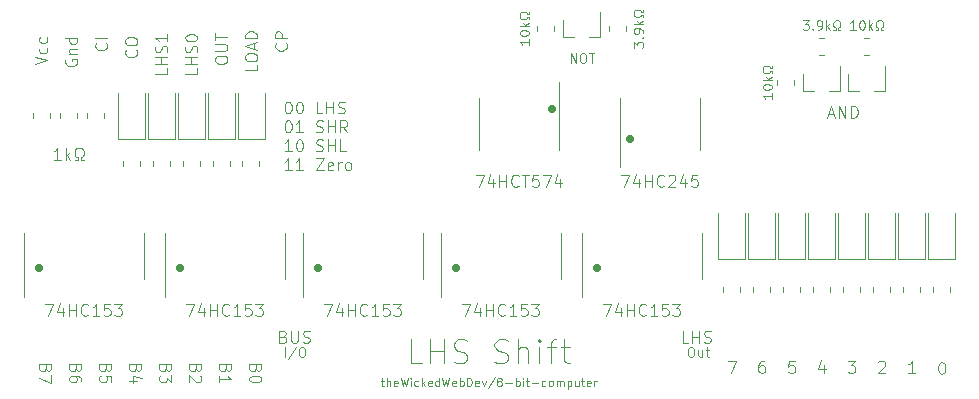
<source format=gbr>
%TF.GenerationSoftware,KiCad,Pcbnew,(5.1.10-1-10_14)*%
%TF.CreationDate,2021-10-28T11:05:28-04:00*%
%TF.ProjectId,ALU-smd,414c552d-736d-4642-9e6b-696361645f70,rev?*%
%TF.SameCoordinates,Original*%
%TF.FileFunction,Legend,Top*%
%TF.FilePolarity,Positive*%
%FSLAX46Y46*%
G04 Gerber Fmt 4.6, Leading zero omitted, Abs format (unit mm)*
G04 Created by KiCad (PCBNEW (5.1.10-1-10_14)) date 2021-10-28 11:05:28*
%MOMM*%
%LPD*%
G01*
G04 APERTURE LIST*
%ADD10C,0.100000*%
%ADD11C,0.700000*%
%ADD12C,0.120000*%
G04 APERTURE END LIST*
D10*
X77795523Y-146248380D02*
X77224095Y-146248380D01*
X77509809Y-146248380D02*
X77509809Y-145248380D01*
X77414571Y-145391238D01*
X77319333Y-145486476D01*
X77224095Y-145534095D01*
X78224095Y-146248380D02*
X78224095Y-145248380D01*
X78319333Y-145867428D02*
X78605047Y-146248380D01*
X78605047Y-145581714D02*
X78224095Y-145962666D01*
X78986000Y-146248380D02*
X79224095Y-146248380D01*
X79224095Y-146057904D01*
X79128857Y-146010285D01*
X79033619Y-145915047D01*
X78986000Y-145772190D01*
X78986000Y-145534095D01*
X79033619Y-145391238D01*
X79128857Y-145296000D01*
X79271714Y-145248380D01*
X79462190Y-145248380D01*
X79605047Y-145296000D01*
X79700285Y-145391238D01*
X79747904Y-145534095D01*
X79747904Y-145772190D01*
X79700285Y-145915047D01*
X79605047Y-146010285D01*
X79509809Y-146057904D01*
X79509809Y-146248380D01*
X79747904Y-146248380D01*
X97013571Y-141324380D02*
X97108809Y-141324380D01*
X97204047Y-141372000D01*
X97251666Y-141419619D01*
X97299285Y-141514857D01*
X97346904Y-141705333D01*
X97346904Y-141943428D01*
X97299285Y-142133904D01*
X97251666Y-142229142D01*
X97204047Y-142276761D01*
X97108809Y-142324380D01*
X97013571Y-142324380D01*
X96918333Y-142276761D01*
X96870714Y-142229142D01*
X96823095Y-142133904D01*
X96775476Y-141943428D01*
X96775476Y-141705333D01*
X96823095Y-141514857D01*
X96870714Y-141419619D01*
X96918333Y-141372000D01*
X97013571Y-141324380D01*
X97965952Y-141324380D02*
X98061190Y-141324380D01*
X98156428Y-141372000D01*
X98204047Y-141419619D01*
X98251666Y-141514857D01*
X98299285Y-141705333D01*
X98299285Y-141943428D01*
X98251666Y-142133904D01*
X98204047Y-142229142D01*
X98156428Y-142276761D01*
X98061190Y-142324380D01*
X97965952Y-142324380D01*
X97870714Y-142276761D01*
X97823095Y-142229142D01*
X97775476Y-142133904D01*
X97727857Y-141943428D01*
X97727857Y-141705333D01*
X97775476Y-141514857D01*
X97823095Y-141419619D01*
X97870714Y-141372000D01*
X97965952Y-141324380D01*
X99965952Y-142324380D02*
X99489761Y-142324380D01*
X99489761Y-141324380D01*
X100299285Y-142324380D02*
X100299285Y-141324380D01*
X100299285Y-141800571D02*
X100870714Y-141800571D01*
X100870714Y-142324380D02*
X100870714Y-141324380D01*
X101299285Y-142276761D02*
X101442142Y-142324380D01*
X101680238Y-142324380D01*
X101775476Y-142276761D01*
X101823095Y-142229142D01*
X101870714Y-142133904D01*
X101870714Y-142038666D01*
X101823095Y-141943428D01*
X101775476Y-141895809D01*
X101680238Y-141848190D01*
X101489761Y-141800571D01*
X101394523Y-141752952D01*
X101346904Y-141705333D01*
X101299285Y-141610095D01*
X101299285Y-141514857D01*
X101346904Y-141419619D01*
X101394523Y-141372000D01*
X101489761Y-141324380D01*
X101727857Y-141324380D01*
X101870714Y-141372000D01*
X97013571Y-142924380D02*
X97108809Y-142924380D01*
X97204047Y-142972000D01*
X97251666Y-143019619D01*
X97299285Y-143114857D01*
X97346904Y-143305333D01*
X97346904Y-143543428D01*
X97299285Y-143733904D01*
X97251666Y-143829142D01*
X97204047Y-143876761D01*
X97108809Y-143924380D01*
X97013571Y-143924380D01*
X96918333Y-143876761D01*
X96870714Y-143829142D01*
X96823095Y-143733904D01*
X96775476Y-143543428D01*
X96775476Y-143305333D01*
X96823095Y-143114857D01*
X96870714Y-143019619D01*
X96918333Y-142972000D01*
X97013571Y-142924380D01*
X98299285Y-143924380D02*
X97727857Y-143924380D01*
X98013571Y-143924380D02*
X98013571Y-142924380D01*
X97918333Y-143067238D01*
X97823095Y-143162476D01*
X97727857Y-143210095D01*
X99442142Y-143876761D02*
X99585000Y-143924380D01*
X99823095Y-143924380D01*
X99918333Y-143876761D01*
X99965952Y-143829142D01*
X100013571Y-143733904D01*
X100013571Y-143638666D01*
X99965952Y-143543428D01*
X99918333Y-143495809D01*
X99823095Y-143448190D01*
X99632619Y-143400571D01*
X99537380Y-143352952D01*
X99489761Y-143305333D01*
X99442142Y-143210095D01*
X99442142Y-143114857D01*
X99489761Y-143019619D01*
X99537380Y-142972000D01*
X99632619Y-142924380D01*
X99870714Y-142924380D01*
X100013571Y-142972000D01*
X100442142Y-143924380D02*
X100442142Y-142924380D01*
X100442142Y-143400571D02*
X101013571Y-143400571D01*
X101013571Y-143924380D02*
X101013571Y-142924380D01*
X102061190Y-143924380D02*
X101727857Y-143448190D01*
X101489761Y-143924380D02*
X101489761Y-142924380D01*
X101870714Y-142924380D01*
X101965952Y-142972000D01*
X102013571Y-143019619D01*
X102061190Y-143114857D01*
X102061190Y-143257714D01*
X102013571Y-143352952D01*
X101965952Y-143400571D01*
X101870714Y-143448190D01*
X101489761Y-143448190D01*
X97346904Y-145524380D02*
X96775476Y-145524380D01*
X97061190Y-145524380D02*
X97061190Y-144524380D01*
X96965952Y-144667238D01*
X96870714Y-144762476D01*
X96775476Y-144810095D01*
X97965952Y-144524380D02*
X98061190Y-144524380D01*
X98156428Y-144572000D01*
X98204047Y-144619619D01*
X98251666Y-144714857D01*
X98299285Y-144905333D01*
X98299285Y-145143428D01*
X98251666Y-145333904D01*
X98204047Y-145429142D01*
X98156428Y-145476761D01*
X98061190Y-145524380D01*
X97965952Y-145524380D01*
X97870714Y-145476761D01*
X97823095Y-145429142D01*
X97775476Y-145333904D01*
X97727857Y-145143428D01*
X97727857Y-144905333D01*
X97775476Y-144714857D01*
X97823095Y-144619619D01*
X97870714Y-144572000D01*
X97965952Y-144524380D01*
X99442142Y-145476761D02*
X99585000Y-145524380D01*
X99823095Y-145524380D01*
X99918333Y-145476761D01*
X99965952Y-145429142D01*
X100013571Y-145333904D01*
X100013571Y-145238666D01*
X99965952Y-145143428D01*
X99918333Y-145095809D01*
X99823095Y-145048190D01*
X99632619Y-145000571D01*
X99537380Y-144952952D01*
X99489761Y-144905333D01*
X99442142Y-144810095D01*
X99442142Y-144714857D01*
X99489761Y-144619619D01*
X99537380Y-144572000D01*
X99632619Y-144524380D01*
X99870714Y-144524380D01*
X100013571Y-144572000D01*
X100442142Y-145524380D02*
X100442142Y-144524380D01*
X100442142Y-145000571D02*
X101013571Y-145000571D01*
X101013571Y-145524380D02*
X101013571Y-144524380D01*
X101965952Y-145524380D02*
X101489761Y-145524380D01*
X101489761Y-144524380D01*
X97346904Y-147124380D02*
X96775476Y-147124380D01*
X97061190Y-147124380D02*
X97061190Y-146124380D01*
X96965952Y-146267238D01*
X96870714Y-146362476D01*
X96775476Y-146410095D01*
X98299285Y-147124380D02*
X97727857Y-147124380D01*
X98013571Y-147124380D02*
X98013571Y-146124380D01*
X97918333Y-146267238D01*
X97823095Y-146362476D01*
X97727857Y-146410095D01*
X99394523Y-146124380D02*
X100061190Y-146124380D01*
X99394523Y-147124380D01*
X100061190Y-147124380D01*
X100823095Y-147076761D02*
X100727857Y-147124380D01*
X100537380Y-147124380D01*
X100442142Y-147076761D01*
X100394523Y-146981523D01*
X100394523Y-146600571D01*
X100442142Y-146505333D01*
X100537380Y-146457714D01*
X100727857Y-146457714D01*
X100823095Y-146505333D01*
X100870714Y-146600571D01*
X100870714Y-146695809D01*
X100394523Y-146791047D01*
X101299285Y-147124380D02*
X101299285Y-146457714D01*
X101299285Y-146648190D02*
X101346904Y-146552952D01*
X101394523Y-146505333D01*
X101489761Y-146457714D01*
X101585000Y-146457714D01*
X102061190Y-147124380D02*
X101965952Y-147076761D01*
X101918333Y-147029142D01*
X101870714Y-146933904D01*
X101870714Y-146648190D01*
X101918333Y-146552952D01*
X101965952Y-146505333D01*
X102061190Y-146457714D01*
X102204047Y-146457714D01*
X102299285Y-146505333D01*
X102346904Y-146552952D01*
X102394523Y-146648190D01*
X102394523Y-146933904D01*
X102346904Y-147029142D01*
X102299285Y-147076761D01*
X102204047Y-147124380D01*
X102061190Y-147124380D01*
X131100809Y-162121904D02*
X131253190Y-162121904D01*
X131329380Y-162160000D01*
X131405571Y-162236190D01*
X131443666Y-162388571D01*
X131443666Y-162655238D01*
X131405571Y-162807619D01*
X131329380Y-162883809D01*
X131253190Y-162921904D01*
X131100809Y-162921904D01*
X131024619Y-162883809D01*
X130948428Y-162807619D01*
X130910333Y-162655238D01*
X130910333Y-162388571D01*
X130948428Y-162236190D01*
X131024619Y-162160000D01*
X131100809Y-162121904D01*
X132129380Y-162388571D02*
X132129380Y-162921904D01*
X131786523Y-162388571D02*
X131786523Y-162807619D01*
X131824619Y-162883809D01*
X131900809Y-162921904D01*
X132015095Y-162921904D01*
X132091285Y-162883809D01*
X132129380Y-162845714D01*
X132396047Y-162388571D02*
X132700809Y-162388571D01*
X132510333Y-162121904D02*
X132510333Y-162807619D01*
X132548428Y-162883809D01*
X132624619Y-162921904D01*
X132700809Y-162921904D01*
X96775476Y-162921904D02*
X96775476Y-162121904D01*
X97727857Y-162083809D02*
X97042142Y-163112380D01*
X98146904Y-162121904D02*
X98299285Y-162121904D01*
X98375476Y-162160000D01*
X98451666Y-162236190D01*
X98489761Y-162388571D01*
X98489761Y-162655238D01*
X98451666Y-162807619D01*
X98375476Y-162883809D01*
X98299285Y-162921904D01*
X98146904Y-162921904D01*
X98070714Y-162883809D01*
X97994523Y-162807619D01*
X97956428Y-162655238D01*
X97956428Y-162388571D01*
X97994523Y-162236190D01*
X98070714Y-162160000D01*
X98146904Y-162121904D01*
X96648428Y-161218571D02*
X96791285Y-161266190D01*
X96838904Y-161313809D01*
X96886523Y-161409047D01*
X96886523Y-161551904D01*
X96838904Y-161647142D01*
X96791285Y-161694761D01*
X96696047Y-161742380D01*
X96315095Y-161742380D01*
X96315095Y-160742380D01*
X96648428Y-160742380D01*
X96743666Y-160790000D01*
X96791285Y-160837619D01*
X96838904Y-160932857D01*
X96838904Y-161028095D01*
X96791285Y-161123333D01*
X96743666Y-161170952D01*
X96648428Y-161218571D01*
X96315095Y-161218571D01*
X97315095Y-160742380D02*
X97315095Y-161551904D01*
X97362714Y-161647142D01*
X97410333Y-161694761D01*
X97505571Y-161742380D01*
X97696047Y-161742380D01*
X97791285Y-161694761D01*
X97838904Y-161647142D01*
X97886523Y-161551904D01*
X97886523Y-160742380D01*
X98315095Y-161694761D02*
X98457952Y-161742380D01*
X98696047Y-161742380D01*
X98791285Y-161694761D01*
X98838904Y-161647142D01*
X98886523Y-161551904D01*
X98886523Y-161456666D01*
X98838904Y-161361428D01*
X98791285Y-161313809D01*
X98696047Y-161266190D01*
X98505571Y-161218571D01*
X98410333Y-161170952D01*
X98362714Y-161123333D01*
X98315095Y-161028095D01*
X98315095Y-160932857D01*
X98362714Y-160837619D01*
X98410333Y-160790000D01*
X98505571Y-160742380D01*
X98743666Y-160742380D01*
X98886523Y-160790000D01*
X130935761Y-161742380D02*
X130459571Y-161742380D01*
X130459571Y-160742380D01*
X131269095Y-161742380D02*
X131269095Y-160742380D01*
X131269095Y-161218571D02*
X131840523Y-161218571D01*
X131840523Y-161742380D02*
X131840523Y-160742380D01*
X132269095Y-161694761D02*
X132411952Y-161742380D01*
X132650047Y-161742380D01*
X132745285Y-161694761D01*
X132792904Y-161647142D01*
X132840523Y-161551904D01*
X132840523Y-161456666D01*
X132792904Y-161361428D01*
X132745285Y-161313809D01*
X132650047Y-161266190D01*
X132459571Y-161218571D01*
X132364333Y-161170952D01*
X132316714Y-161123333D01*
X132269095Y-161028095D01*
X132269095Y-160932857D01*
X132316714Y-160837619D01*
X132364333Y-160790000D01*
X132459571Y-160742380D01*
X132697666Y-160742380D01*
X132840523Y-160790000D01*
X123738095Y-158456380D02*
X124404761Y-158456380D01*
X123976190Y-159456380D01*
X125214285Y-158789714D02*
X125214285Y-159456380D01*
X124976190Y-158408761D02*
X124738095Y-159123047D01*
X125357142Y-159123047D01*
X125738095Y-159456380D02*
X125738095Y-158456380D01*
X125738095Y-158932571D02*
X126309523Y-158932571D01*
X126309523Y-159456380D02*
X126309523Y-158456380D01*
X127357142Y-159361142D02*
X127309523Y-159408761D01*
X127166666Y-159456380D01*
X127071428Y-159456380D01*
X126928571Y-159408761D01*
X126833333Y-159313523D01*
X126785714Y-159218285D01*
X126738095Y-159027809D01*
X126738095Y-158884952D01*
X126785714Y-158694476D01*
X126833333Y-158599238D01*
X126928571Y-158504000D01*
X127071428Y-158456380D01*
X127166666Y-158456380D01*
X127309523Y-158504000D01*
X127357142Y-158551619D01*
X128309523Y-159456380D02*
X127738095Y-159456380D01*
X128023809Y-159456380D02*
X128023809Y-158456380D01*
X127928571Y-158599238D01*
X127833333Y-158694476D01*
X127738095Y-158742095D01*
X129214285Y-158456380D02*
X128738095Y-158456380D01*
X128690476Y-158932571D01*
X128738095Y-158884952D01*
X128833333Y-158837333D01*
X129071428Y-158837333D01*
X129166666Y-158884952D01*
X129214285Y-158932571D01*
X129261904Y-159027809D01*
X129261904Y-159265904D01*
X129214285Y-159361142D01*
X129166666Y-159408761D01*
X129071428Y-159456380D01*
X128833333Y-159456380D01*
X128738095Y-159408761D01*
X128690476Y-159361142D01*
X129595238Y-158456380D02*
X130214285Y-158456380D01*
X129880952Y-158837333D01*
X130023809Y-158837333D01*
X130119047Y-158884952D01*
X130166666Y-158932571D01*
X130214285Y-159027809D01*
X130214285Y-159265904D01*
X130166666Y-159361142D01*
X130119047Y-159408761D01*
X130023809Y-159456380D01*
X129738095Y-159456380D01*
X129642857Y-159408761D01*
X129595238Y-159361142D01*
X111800095Y-158456380D02*
X112466761Y-158456380D01*
X112038190Y-159456380D01*
X113276285Y-158789714D02*
X113276285Y-159456380D01*
X113038190Y-158408761D02*
X112800095Y-159123047D01*
X113419142Y-159123047D01*
X113800095Y-159456380D02*
X113800095Y-158456380D01*
X113800095Y-158932571D02*
X114371523Y-158932571D01*
X114371523Y-159456380D02*
X114371523Y-158456380D01*
X115419142Y-159361142D02*
X115371523Y-159408761D01*
X115228666Y-159456380D01*
X115133428Y-159456380D01*
X114990571Y-159408761D01*
X114895333Y-159313523D01*
X114847714Y-159218285D01*
X114800095Y-159027809D01*
X114800095Y-158884952D01*
X114847714Y-158694476D01*
X114895333Y-158599238D01*
X114990571Y-158504000D01*
X115133428Y-158456380D01*
X115228666Y-158456380D01*
X115371523Y-158504000D01*
X115419142Y-158551619D01*
X116371523Y-159456380D02*
X115800095Y-159456380D01*
X116085809Y-159456380D02*
X116085809Y-158456380D01*
X115990571Y-158599238D01*
X115895333Y-158694476D01*
X115800095Y-158742095D01*
X117276285Y-158456380D02*
X116800095Y-158456380D01*
X116752476Y-158932571D01*
X116800095Y-158884952D01*
X116895333Y-158837333D01*
X117133428Y-158837333D01*
X117228666Y-158884952D01*
X117276285Y-158932571D01*
X117323904Y-159027809D01*
X117323904Y-159265904D01*
X117276285Y-159361142D01*
X117228666Y-159408761D01*
X117133428Y-159456380D01*
X116895333Y-159456380D01*
X116800095Y-159408761D01*
X116752476Y-159361142D01*
X117657238Y-158456380D02*
X118276285Y-158456380D01*
X117942952Y-158837333D01*
X118085809Y-158837333D01*
X118181047Y-158884952D01*
X118228666Y-158932571D01*
X118276285Y-159027809D01*
X118276285Y-159265904D01*
X118228666Y-159361142D01*
X118181047Y-159408761D01*
X118085809Y-159456380D01*
X117800095Y-159456380D01*
X117704857Y-159408761D01*
X117657238Y-159361142D01*
X100116095Y-158456380D02*
X100782761Y-158456380D01*
X100354190Y-159456380D01*
X101592285Y-158789714D02*
X101592285Y-159456380D01*
X101354190Y-158408761D02*
X101116095Y-159123047D01*
X101735142Y-159123047D01*
X102116095Y-159456380D02*
X102116095Y-158456380D01*
X102116095Y-158932571D02*
X102687523Y-158932571D01*
X102687523Y-159456380D02*
X102687523Y-158456380D01*
X103735142Y-159361142D02*
X103687523Y-159408761D01*
X103544666Y-159456380D01*
X103449428Y-159456380D01*
X103306571Y-159408761D01*
X103211333Y-159313523D01*
X103163714Y-159218285D01*
X103116095Y-159027809D01*
X103116095Y-158884952D01*
X103163714Y-158694476D01*
X103211333Y-158599238D01*
X103306571Y-158504000D01*
X103449428Y-158456380D01*
X103544666Y-158456380D01*
X103687523Y-158504000D01*
X103735142Y-158551619D01*
X104687523Y-159456380D02*
X104116095Y-159456380D01*
X104401809Y-159456380D02*
X104401809Y-158456380D01*
X104306571Y-158599238D01*
X104211333Y-158694476D01*
X104116095Y-158742095D01*
X105592285Y-158456380D02*
X105116095Y-158456380D01*
X105068476Y-158932571D01*
X105116095Y-158884952D01*
X105211333Y-158837333D01*
X105449428Y-158837333D01*
X105544666Y-158884952D01*
X105592285Y-158932571D01*
X105639904Y-159027809D01*
X105639904Y-159265904D01*
X105592285Y-159361142D01*
X105544666Y-159408761D01*
X105449428Y-159456380D01*
X105211333Y-159456380D01*
X105116095Y-159408761D01*
X105068476Y-159361142D01*
X105973238Y-158456380D02*
X106592285Y-158456380D01*
X106258952Y-158837333D01*
X106401809Y-158837333D01*
X106497047Y-158884952D01*
X106544666Y-158932571D01*
X106592285Y-159027809D01*
X106592285Y-159265904D01*
X106544666Y-159361142D01*
X106497047Y-159408761D01*
X106401809Y-159456380D01*
X106116095Y-159456380D01*
X106020857Y-159408761D01*
X105973238Y-159361142D01*
X88432095Y-158456380D02*
X89098761Y-158456380D01*
X88670190Y-159456380D01*
X89908285Y-158789714D02*
X89908285Y-159456380D01*
X89670190Y-158408761D02*
X89432095Y-159123047D01*
X90051142Y-159123047D01*
X90432095Y-159456380D02*
X90432095Y-158456380D01*
X90432095Y-158932571D02*
X91003523Y-158932571D01*
X91003523Y-159456380D02*
X91003523Y-158456380D01*
X92051142Y-159361142D02*
X92003523Y-159408761D01*
X91860666Y-159456380D01*
X91765428Y-159456380D01*
X91622571Y-159408761D01*
X91527333Y-159313523D01*
X91479714Y-159218285D01*
X91432095Y-159027809D01*
X91432095Y-158884952D01*
X91479714Y-158694476D01*
X91527333Y-158599238D01*
X91622571Y-158504000D01*
X91765428Y-158456380D01*
X91860666Y-158456380D01*
X92003523Y-158504000D01*
X92051142Y-158551619D01*
X93003523Y-159456380D02*
X92432095Y-159456380D01*
X92717809Y-159456380D02*
X92717809Y-158456380D01*
X92622571Y-158599238D01*
X92527333Y-158694476D01*
X92432095Y-158742095D01*
X93908285Y-158456380D02*
X93432095Y-158456380D01*
X93384476Y-158932571D01*
X93432095Y-158884952D01*
X93527333Y-158837333D01*
X93765428Y-158837333D01*
X93860666Y-158884952D01*
X93908285Y-158932571D01*
X93955904Y-159027809D01*
X93955904Y-159265904D01*
X93908285Y-159361142D01*
X93860666Y-159408761D01*
X93765428Y-159456380D01*
X93527333Y-159456380D01*
X93432095Y-159408761D01*
X93384476Y-159361142D01*
X94289238Y-158456380D02*
X94908285Y-158456380D01*
X94574952Y-158837333D01*
X94717809Y-158837333D01*
X94813047Y-158884952D01*
X94860666Y-158932571D01*
X94908285Y-159027809D01*
X94908285Y-159265904D01*
X94860666Y-159361142D01*
X94813047Y-159408761D01*
X94717809Y-159456380D01*
X94432095Y-159456380D01*
X94336857Y-159408761D01*
X94289238Y-159361142D01*
X76494095Y-158456380D02*
X77160761Y-158456380D01*
X76732190Y-159456380D01*
X77970285Y-158789714D02*
X77970285Y-159456380D01*
X77732190Y-158408761D02*
X77494095Y-159123047D01*
X78113142Y-159123047D01*
X78494095Y-159456380D02*
X78494095Y-158456380D01*
X78494095Y-158932571D02*
X79065523Y-158932571D01*
X79065523Y-159456380D02*
X79065523Y-158456380D01*
X80113142Y-159361142D02*
X80065523Y-159408761D01*
X79922666Y-159456380D01*
X79827428Y-159456380D01*
X79684571Y-159408761D01*
X79589333Y-159313523D01*
X79541714Y-159218285D01*
X79494095Y-159027809D01*
X79494095Y-158884952D01*
X79541714Y-158694476D01*
X79589333Y-158599238D01*
X79684571Y-158504000D01*
X79827428Y-158456380D01*
X79922666Y-158456380D01*
X80065523Y-158504000D01*
X80113142Y-158551619D01*
X81065523Y-159456380D02*
X80494095Y-159456380D01*
X80779809Y-159456380D02*
X80779809Y-158456380D01*
X80684571Y-158599238D01*
X80589333Y-158694476D01*
X80494095Y-158742095D01*
X81970285Y-158456380D02*
X81494095Y-158456380D01*
X81446476Y-158932571D01*
X81494095Y-158884952D01*
X81589333Y-158837333D01*
X81827428Y-158837333D01*
X81922666Y-158884952D01*
X81970285Y-158932571D01*
X82017904Y-159027809D01*
X82017904Y-159265904D01*
X81970285Y-159361142D01*
X81922666Y-159408761D01*
X81827428Y-159456380D01*
X81589333Y-159456380D01*
X81494095Y-159408761D01*
X81446476Y-159361142D01*
X82351238Y-158456380D02*
X82970285Y-158456380D01*
X82636952Y-158837333D01*
X82779809Y-158837333D01*
X82875047Y-158884952D01*
X82922666Y-158932571D01*
X82970285Y-159027809D01*
X82970285Y-159265904D01*
X82922666Y-159361142D01*
X82875047Y-159408761D01*
X82779809Y-159456380D01*
X82494095Y-159456380D01*
X82398857Y-159408761D01*
X82351238Y-159361142D01*
X104912666Y-164950000D02*
X105179333Y-164950000D01*
X105012666Y-164716666D02*
X105012666Y-165316666D01*
X105046000Y-165383333D01*
X105112666Y-165416666D01*
X105179333Y-165416666D01*
X105412666Y-165416666D02*
X105412666Y-164716666D01*
X105712666Y-165416666D02*
X105712666Y-165050000D01*
X105679333Y-164983333D01*
X105612666Y-164950000D01*
X105512666Y-164950000D01*
X105446000Y-164983333D01*
X105412666Y-165016666D01*
X106312666Y-165383333D02*
X106246000Y-165416666D01*
X106112666Y-165416666D01*
X106046000Y-165383333D01*
X106012666Y-165316666D01*
X106012666Y-165050000D01*
X106046000Y-164983333D01*
X106112666Y-164950000D01*
X106246000Y-164950000D01*
X106312666Y-164983333D01*
X106346000Y-165050000D01*
X106346000Y-165116666D01*
X106012666Y-165183333D01*
X106579333Y-164716666D02*
X106746000Y-165416666D01*
X106879333Y-164916666D01*
X107012666Y-165416666D01*
X107179333Y-164716666D01*
X107446000Y-165416666D02*
X107446000Y-164950000D01*
X107446000Y-164716666D02*
X107412666Y-164750000D01*
X107446000Y-164783333D01*
X107479333Y-164750000D01*
X107446000Y-164716666D01*
X107446000Y-164783333D01*
X108079333Y-165383333D02*
X108012666Y-165416666D01*
X107879333Y-165416666D01*
X107812666Y-165383333D01*
X107779333Y-165350000D01*
X107746000Y-165283333D01*
X107746000Y-165083333D01*
X107779333Y-165016666D01*
X107812666Y-164983333D01*
X107879333Y-164950000D01*
X108012666Y-164950000D01*
X108079333Y-164983333D01*
X108379333Y-165416666D02*
X108379333Y-164716666D01*
X108446000Y-165150000D02*
X108646000Y-165416666D01*
X108646000Y-164950000D02*
X108379333Y-165216666D01*
X109212666Y-165383333D02*
X109146000Y-165416666D01*
X109012666Y-165416666D01*
X108946000Y-165383333D01*
X108912666Y-165316666D01*
X108912666Y-165050000D01*
X108946000Y-164983333D01*
X109012666Y-164950000D01*
X109146000Y-164950000D01*
X109212666Y-164983333D01*
X109246000Y-165050000D01*
X109246000Y-165116666D01*
X108912666Y-165183333D01*
X109846000Y-165416666D02*
X109846000Y-164716666D01*
X109846000Y-165383333D02*
X109779333Y-165416666D01*
X109646000Y-165416666D01*
X109579333Y-165383333D01*
X109546000Y-165350000D01*
X109512666Y-165283333D01*
X109512666Y-165083333D01*
X109546000Y-165016666D01*
X109579333Y-164983333D01*
X109646000Y-164950000D01*
X109779333Y-164950000D01*
X109846000Y-164983333D01*
X110112666Y-164716666D02*
X110279333Y-165416666D01*
X110412666Y-164916666D01*
X110546000Y-165416666D01*
X110712666Y-164716666D01*
X111246000Y-165383333D02*
X111179333Y-165416666D01*
X111046000Y-165416666D01*
X110979333Y-165383333D01*
X110946000Y-165316666D01*
X110946000Y-165050000D01*
X110979333Y-164983333D01*
X111046000Y-164950000D01*
X111179333Y-164950000D01*
X111246000Y-164983333D01*
X111279333Y-165050000D01*
X111279333Y-165116666D01*
X110946000Y-165183333D01*
X111579333Y-165416666D02*
X111579333Y-164716666D01*
X111579333Y-164983333D02*
X111646000Y-164950000D01*
X111779333Y-164950000D01*
X111846000Y-164983333D01*
X111879333Y-165016666D01*
X111912666Y-165083333D01*
X111912666Y-165283333D01*
X111879333Y-165350000D01*
X111846000Y-165383333D01*
X111779333Y-165416666D01*
X111646000Y-165416666D01*
X111579333Y-165383333D01*
X112212666Y-165416666D02*
X112212666Y-164716666D01*
X112379333Y-164716666D01*
X112479333Y-164750000D01*
X112546000Y-164816666D01*
X112579333Y-164883333D01*
X112612666Y-165016666D01*
X112612666Y-165116666D01*
X112579333Y-165250000D01*
X112546000Y-165316666D01*
X112479333Y-165383333D01*
X112379333Y-165416666D01*
X112212666Y-165416666D01*
X113179333Y-165383333D02*
X113112666Y-165416666D01*
X112979333Y-165416666D01*
X112912666Y-165383333D01*
X112879333Y-165316666D01*
X112879333Y-165050000D01*
X112912666Y-164983333D01*
X112979333Y-164950000D01*
X113112666Y-164950000D01*
X113179333Y-164983333D01*
X113212666Y-165050000D01*
X113212666Y-165116666D01*
X112879333Y-165183333D01*
X113446000Y-164950000D02*
X113612666Y-165416666D01*
X113779333Y-164950000D01*
X114546000Y-164683333D02*
X113946000Y-165583333D01*
X114879333Y-165016666D02*
X114812666Y-164983333D01*
X114779333Y-164950000D01*
X114746000Y-164883333D01*
X114746000Y-164850000D01*
X114779333Y-164783333D01*
X114812666Y-164750000D01*
X114879333Y-164716666D01*
X115012666Y-164716666D01*
X115079333Y-164750000D01*
X115112666Y-164783333D01*
X115146000Y-164850000D01*
X115146000Y-164883333D01*
X115112666Y-164950000D01*
X115079333Y-164983333D01*
X115012666Y-165016666D01*
X114879333Y-165016666D01*
X114812666Y-165050000D01*
X114779333Y-165083333D01*
X114746000Y-165150000D01*
X114746000Y-165283333D01*
X114779333Y-165350000D01*
X114812666Y-165383333D01*
X114879333Y-165416666D01*
X115012666Y-165416666D01*
X115079333Y-165383333D01*
X115112666Y-165350000D01*
X115146000Y-165283333D01*
X115146000Y-165150000D01*
X115112666Y-165083333D01*
X115079333Y-165050000D01*
X115012666Y-165016666D01*
X115446000Y-165150000D02*
X115979333Y-165150000D01*
X116312666Y-165416666D02*
X116312666Y-164716666D01*
X116312666Y-164983333D02*
X116379333Y-164950000D01*
X116512666Y-164950000D01*
X116579333Y-164983333D01*
X116612666Y-165016666D01*
X116646000Y-165083333D01*
X116646000Y-165283333D01*
X116612666Y-165350000D01*
X116579333Y-165383333D01*
X116512666Y-165416666D01*
X116379333Y-165416666D01*
X116312666Y-165383333D01*
X116946000Y-165416666D02*
X116946000Y-164950000D01*
X116946000Y-164716666D02*
X116912666Y-164750000D01*
X116946000Y-164783333D01*
X116979333Y-164750000D01*
X116946000Y-164716666D01*
X116946000Y-164783333D01*
X117179333Y-164950000D02*
X117446000Y-164950000D01*
X117279333Y-164716666D02*
X117279333Y-165316666D01*
X117312666Y-165383333D01*
X117379333Y-165416666D01*
X117446000Y-165416666D01*
X117679333Y-165150000D02*
X118212666Y-165150000D01*
X118846000Y-165383333D02*
X118779333Y-165416666D01*
X118646000Y-165416666D01*
X118579333Y-165383333D01*
X118546000Y-165350000D01*
X118512666Y-165283333D01*
X118512666Y-165083333D01*
X118546000Y-165016666D01*
X118579333Y-164983333D01*
X118646000Y-164950000D01*
X118779333Y-164950000D01*
X118846000Y-164983333D01*
X119246000Y-165416666D02*
X119179333Y-165383333D01*
X119146000Y-165350000D01*
X119112666Y-165283333D01*
X119112666Y-165083333D01*
X119146000Y-165016666D01*
X119179333Y-164983333D01*
X119246000Y-164950000D01*
X119346000Y-164950000D01*
X119412666Y-164983333D01*
X119446000Y-165016666D01*
X119479333Y-165083333D01*
X119479333Y-165283333D01*
X119446000Y-165350000D01*
X119412666Y-165383333D01*
X119346000Y-165416666D01*
X119246000Y-165416666D01*
X119779333Y-165416666D02*
X119779333Y-164950000D01*
X119779333Y-165016666D02*
X119812666Y-164983333D01*
X119879333Y-164950000D01*
X119979333Y-164950000D01*
X120046000Y-164983333D01*
X120079333Y-165050000D01*
X120079333Y-165416666D01*
X120079333Y-165050000D02*
X120112666Y-164983333D01*
X120179333Y-164950000D01*
X120279333Y-164950000D01*
X120346000Y-164983333D01*
X120379333Y-165050000D01*
X120379333Y-165416666D01*
X120712666Y-164950000D02*
X120712666Y-165650000D01*
X120712666Y-164983333D02*
X120779333Y-164950000D01*
X120912666Y-164950000D01*
X120979333Y-164983333D01*
X121012666Y-165016666D01*
X121046000Y-165083333D01*
X121046000Y-165283333D01*
X121012666Y-165350000D01*
X120979333Y-165383333D01*
X120912666Y-165416666D01*
X120779333Y-165416666D01*
X120712666Y-165383333D01*
X121646000Y-164950000D02*
X121646000Y-165416666D01*
X121346000Y-164950000D02*
X121346000Y-165316666D01*
X121379333Y-165383333D01*
X121446000Y-165416666D01*
X121546000Y-165416666D01*
X121612666Y-165383333D01*
X121646000Y-165350000D01*
X121879333Y-164950000D02*
X122146000Y-164950000D01*
X121979333Y-164716666D02*
X121979333Y-165316666D01*
X122012666Y-165383333D01*
X122079333Y-165416666D01*
X122146000Y-165416666D01*
X122646000Y-165383333D02*
X122579333Y-165416666D01*
X122446000Y-165416666D01*
X122379333Y-165383333D01*
X122346000Y-165316666D01*
X122346000Y-165050000D01*
X122379333Y-164983333D01*
X122446000Y-164950000D01*
X122579333Y-164950000D01*
X122646000Y-164983333D01*
X122679333Y-165050000D01*
X122679333Y-165116666D01*
X122346000Y-165183333D01*
X122979333Y-165416666D02*
X122979333Y-164950000D01*
X122979333Y-165083333D02*
X123012666Y-165016666D01*
X123046000Y-164983333D01*
X123112666Y-164950000D01*
X123179333Y-164950000D01*
D11*
X75946000Y-155448000D02*
G75*
G03*
X75946000Y-155448000I0J0D01*
G01*
X87884000Y-155448000D02*
G75*
G03*
X87884000Y-155448000I0J0D01*
G01*
X99568000Y-155448000D02*
G75*
G03*
X99568000Y-155448000I0J0D01*
G01*
X111252000Y-155448000D02*
G75*
G03*
X111252000Y-155448000I0J0D01*
G01*
X123190000Y-155448000D02*
G75*
G03*
X123190000Y-155448000I0J0D01*
G01*
X125984000Y-144526000D02*
G75*
G03*
X125984000Y-144526000I0J0D01*
G01*
X119380000Y-141986000D02*
G75*
G03*
X119380000Y-141986000I0J0D01*
G01*
D10*
X108426952Y-163464761D02*
X107474571Y-163464761D01*
X107474571Y-161464761D01*
X109093619Y-163464761D02*
X109093619Y-161464761D01*
X109093619Y-162417142D02*
X110236476Y-162417142D01*
X110236476Y-163464761D02*
X110236476Y-161464761D01*
X111093619Y-163369523D02*
X111379333Y-163464761D01*
X111855523Y-163464761D01*
X112046000Y-163369523D01*
X112141238Y-163274285D01*
X112236476Y-163083809D01*
X112236476Y-162893333D01*
X112141238Y-162702857D01*
X112046000Y-162607619D01*
X111855523Y-162512380D01*
X111474571Y-162417142D01*
X111284095Y-162321904D01*
X111188857Y-162226666D01*
X111093619Y-162036190D01*
X111093619Y-161845714D01*
X111188857Y-161655238D01*
X111284095Y-161560000D01*
X111474571Y-161464761D01*
X111950761Y-161464761D01*
X112236476Y-161560000D01*
X114522190Y-163369523D02*
X114807904Y-163464761D01*
X115284095Y-163464761D01*
X115474571Y-163369523D01*
X115569809Y-163274285D01*
X115665047Y-163083809D01*
X115665047Y-162893333D01*
X115569809Y-162702857D01*
X115474571Y-162607619D01*
X115284095Y-162512380D01*
X114903142Y-162417142D01*
X114712666Y-162321904D01*
X114617428Y-162226666D01*
X114522190Y-162036190D01*
X114522190Y-161845714D01*
X114617428Y-161655238D01*
X114712666Y-161560000D01*
X114903142Y-161464761D01*
X115379333Y-161464761D01*
X115665047Y-161560000D01*
X116522190Y-163464761D02*
X116522190Y-161464761D01*
X117379333Y-163464761D02*
X117379333Y-162417142D01*
X117284095Y-162226666D01*
X117093619Y-162131428D01*
X116807904Y-162131428D01*
X116617428Y-162226666D01*
X116522190Y-162321904D01*
X118331714Y-163464761D02*
X118331714Y-162131428D01*
X118331714Y-161464761D02*
X118236476Y-161560000D01*
X118331714Y-161655238D01*
X118426952Y-161560000D01*
X118331714Y-161464761D01*
X118331714Y-161655238D01*
X118998380Y-162131428D02*
X119760285Y-162131428D01*
X119284095Y-163464761D02*
X119284095Y-161750476D01*
X119379333Y-161560000D01*
X119569809Y-161464761D01*
X119760285Y-161464761D01*
X120141238Y-162131428D02*
X120903142Y-162131428D01*
X120426952Y-161464761D02*
X120426952Y-163179047D01*
X120522190Y-163369523D01*
X120712666Y-163464761D01*
X120903142Y-163464761D01*
X96877142Y-136383476D02*
X96924761Y-136431095D01*
X96972380Y-136573952D01*
X96972380Y-136669190D01*
X96924761Y-136812047D01*
X96829523Y-136907285D01*
X96734285Y-136954904D01*
X96543809Y-137002523D01*
X96400952Y-137002523D01*
X96210476Y-136954904D01*
X96115238Y-136907285D01*
X96020000Y-136812047D01*
X95972380Y-136669190D01*
X95972380Y-136573952D01*
X96020000Y-136431095D01*
X96067619Y-136383476D01*
X96972380Y-135954904D02*
X95972380Y-135954904D01*
X95972380Y-135573952D01*
X96020000Y-135478714D01*
X96067619Y-135431095D01*
X96162857Y-135383476D01*
X96305714Y-135383476D01*
X96400952Y-135431095D01*
X96448571Y-135478714D01*
X96496190Y-135573952D01*
X96496190Y-135954904D01*
X94432380Y-138193000D02*
X94432380Y-138669190D01*
X93432380Y-138669190D01*
X93432380Y-137669190D02*
X93432380Y-137478714D01*
X93480000Y-137383476D01*
X93575238Y-137288238D01*
X93765714Y-137240619D01*
X94099047Y-137240619D01*
X94289523Y-137288238D01*
X94384761Y-137383476D01*
X94432380Y-137478714D01*
X94432380Y-137669190D01*
X94384761Y-137764428D01*
X94289523Y-137859666D01*
X94099047Y-137907285D01*
X93765714Y-137907285D01*
X93575238Y-137859666D01*
X93480000Y-137764428D01*
X93432380Y-137669190D01*
X94146666Y-136859666D02*
X94146666Y-136383476D01*
X94432380Y-136954904D02*
X93432380Y-136621571D01*
X94432380Y-136288238D01*
X94432380Y-135954904D02*
X93432380Y-135954904D01*
X93432380Y-135716809D01*
X93480000Y-135573952D01*
X93575238Y-135478714D01*
X93670476Y-135431095D01*
X93860952Y-135383476D01*
X94003809Y-135383476D01*
X94194285Y-135431095D01*
X94289523Y-135478714D01*
X94384761Y-135573952D01*
X94432380Y-135716809D01*
X94432380Y-135954904D01*
X134286666Y-163282380D02*
X134953333Y-163282380D01*
X134524761Y-164282380D01*
X142756095Y-142406666D02*
X143232285Y-142406666D01*
X142660857Y-142692380D02*
X142994190Y-141692380D01*
X143327523Y-142692380D01*
X143660857Y-142692380D02*
X143660857Y-141692380D01*
X144232285Y-142692380D01*
X144232285Y-141692380D01*
X144708476Y-142692380D02*
X144708476Y-141692380D01*
X144946571Y-141692380D01*
X145089428Y-141740000D01*
X145184666Y-141835238D01*
X145232285Y-141930476D01*
X145279904Y-142120952D01*
X145279904Y-142263809D01*
X145232285Y-142454285D01*
X145184666Y-142549523D01*
X145089428Y-142644761D01*
X144946571Y-142692380D01*
X144708476Y-142692380D01*
X152447619Y-164377619D02*
X152352380Y-164377619D01*
X152257142Y-164330000D01*
X152209523Y-164282380D01*
X152161904Y-164187142D01*
X152114285Y-163996666D01*
X152114285Y-163758571D01*
X152161904Y-163568095D01*
X152209523Y-163472857D01*
X152257142Y-163425238D01*
X152352380Y-163377619D01*
X152447619Y-163377619D01*
X152542857Y-163425238D01*
X152590476Y-163472857D01*
X152638095Y-163568095D01*
X152685714Y-163758571D01*
X152685714Y-163996666D01*
X152638095Y-164187142D01*
X152590476Y-164282380D01*
X152542857Y-164330000D01*
X152447619Y-164377619D01*
X125262095Y-147534380D02*
X125928761Y-147534380D01*
X125500190Y-148534380D01*
X126738285Y-147867714D02*
X126738285Y-148534380D01*
X126500190Y-147486761D02*
X126262095Y-148201047D01*
X126881142Y-148201047D01*
X127262095Y-148534380D02*
X127262095Y-147534380D01*
X127262095Y-148010571D02*
X127833523Y-148010571D01*
X127833523Y-148534380D02*
X127833523Y-147534380D01*
X128881142Y-148439142D02*
X128833523Y-148486761D01*
X128690666Y-148534380D01*
X128595428Y-148534380D01*
X128452571Y-148486761D01*
X128357333Y-148391523D01*
X128309714Y-148296285D01*
X128262095Y-148105809D01*
X128262095Y-147962952D01*
X128309714Y-147772476D01*
X128357333Y-147677238D01*
X128452571Y-147582000D01*
X128595428Y-147534380D01*
X128690666Y-147534380D01*
X128833523Y-147582000D01*
X128881142Y-147629619D01*
X129262095Y-147629619D02*
X129309714Y-147582000D01*
X129404952Y-147534380D01*
X129643047Y-147534380D01*
X129738285Y-147582000D01*
X129785904Y-147629619D01*
X129833523Y-147724857D01*
X129833523Y-147820095D01*
X129785904Y-147962952D01*
X129214476Y-148534380D01*
X129833523Y-148534380D01*
X130690666Y-147867714D02*
X130690666Y-148534380D01*
X130452571Y-147486761D02*
X130214476Y-148201047D01*
X130833523Y-148201047D01*
X131690666Y-147534380D02*
X131214476Y-147534380D01*
X131166857Y-148010571D01*
X131214476Y-147962952D01*
X131309714Y-147915333D01*
X131547809Y-147915333D01*
X131643047Y-147962952D01*
X131690666Y-148010571D01*
X131738285Y-148105809D01*
X131738285Y-148343904D01*
X131690666Y-148439142D01*
X131643047Y-148486761D01*
X131547809Y-148534380D01*
X131309714Y-148534380D01*
X131214476Y-148486761D01*
X131166857Y-148439142D01*
X112943142Y-147534380D02*
X113609809Y-147534380D01*
X113181238Y-148534380D01*
X114419333Y-147867714D02*
X114419333Y-148534380D01*
X114181238Y-147486761D02*
X113943142Y-148201047D01*
X114562190Y-148201047D01*
X114943142Y-148534380D02*
X114943142Y-147534380D01*
X114943142Y-148010571D02*
X115514571Y-148010571D01*
X115514571Y-148534380D02*
X115514571Y-147534380D01*
X116562190Y-148439142D02*
X116514571Y-148486761D01*
X116371714Y-148534380D01*
X116276476Y-148534380D01*
X116133619Y-148486761D01*
X116038380Y-148391523D01*
X115990761Y-148296285D01*
X115943142Y-148105809D01*
X115943142Y-147962952D01*
X115990761Y-147772476D01*
X116038380Y-147677238D01*
X116133619Y-147582000D01*
X116276476Y-147534380D01*
X116371714Y-147534380D01*
X116514571Y-147582000D01*
X116562190Y-147629619D01*
X116847904Y-147534380D02*
X117419333Y-147534380D01*
X117133619Y-148534380D02*
X117133619Y-147534380D01*
X118228857Y-147534380D02*
X117752666Y-147534380D01*
X117705047Y-148010571D01*
X117752666Y-147962952D01*
X117847904Y-147915333D01*
X118086000Y-147915333D01*
X118181238Y-147962952D01*
X118228857Y-148010571D01*
X118276476Y-148105809D01*
X118276476Y-148343904D01*
X118228857Y-148439142D01*
X118181238Y-148486761D01*
X118086000Y-148534380D01*
X117847904Y-148534380D01*
X117752666Y-148486761D01*
X117705047Y-148439142D01*
X118609809Y-147534380D02*
X119276476Y-147534380D01*
X118847904Y-148534380D01*
X120086000Y-147867714D02*
X120086000Y-148534380D01*
X119847904Y-147486761D02*
X119609809Y-148201047D01*
X120228857Y-148201047D01*
X139938095Y-163282380D02*
X139461904Y-163282380D01*
X139414285Y-163758571D01*
X139461904Y-163710952D01*
X139557142Y-163663333D01*
X139795238Y-163663333D01*
X139890476Y-163710952D01*
X139938095Y-163758571D01*
X139985714Y-163853809D01*
X139985714Y-164091904D01*
X139938095Y-164187142D01*
X139890476Y-164234761D01*
X139795238Y-164282380D01*
X139557142Y-164282380D01*
X139461904Y-164234761D01*
X139414285Y-164187142D01*
X89352380Y-138494619D02*
X89352380Y-138970809D01*
X88352380Y-138970809D01*
X89352380Y-138161285D02*
X88352380Y-138161285D01*
X88828571Y-138161285D02*
X88828571Y-137589857D01*
X89352380Y-137589857D02*
X88352380Y-137589857D01*
X89304761Y-137161285D02*
X89352380Y-137018428D01*
X89352380Y-136780333D01*
X89304761Y-136685095D01*
X89257142Y-136637476D01*
X89161904Y-136589857D01*
X89066666Y-136589857D01*
X88971428Y-136637476D01*
X88923809Y-136685095D01*
X88876190Y-136780333D01*
X88828571Y-136970809D01*
X88780952Y-137066047D01*
X88733333Y-137113666D01*
X88638095Y-137161285D01*
X88542857Y-137161285D01*
X88447619Y-137113666D01*
X88400000Y-137066047D01*
X88352380Y-136970809D01*
X88352380Y-136732714D01*
X88400000Y-136589857D01*
X88352380Y-135970809D02*
X88352380Y-135875571D01*
X88400000Y-135780333D01*
X88447619Y-135732714D01*
X88542857Y-135685095D01*
X88733333Y-135637476D01*
X88971428Y-135637476D01*
X89161904Y-135685095D01*
X89257142Y-135732714D01*
X89304761Y-135780333D01*
X89352380Y-135875571D01*
X89352380Y-135970809D01*
X89304761Y-136066047D01*
X89257142Y-136113666D01*
X89161904Y-136161285D01*
X88971428Y-136208904D01*
X88733333Y-136208904D01*
X88542857Y-136161285D01*
X88447619Y-136113666D01*
X88400000Y-136066047D01*
X88352380Y-135970809D01*
X142430476Y-163615714D02*
X142430476Y-164282380D01*
X142192380Y-163234761D02*
X141954285Y-163949047D01*
X142573333Y-163949047D01*
X120967619Y-138029904D02*
X120967619Y-137229904D01*
X121424761Y-138029904D01*
X121424761Y-137229904D01*
X121958095Y-137229904D02*
X122110476Y-137229904D01*
X122186666Y-137268000D01*
X122262857Y-137344190D01*
X122300952Y-137496571D01*
X122300952Y-137763238D01*
X122262857Y-137915619D01*
X122186666Y-137991809D01*
X122110476Y-138029904D01*
X121958095Y-138029904D01*
X121881904Y-137991809D01*
X121805714Y-137915619D01*
X121767619Y-137763238D01*
X121767619Y-137496571D01*
X121805714Y-137344190D01*
X121881904Y-137268000D01*
X121958095Y-137229904D01*
X122529523Y-137229904D02*
X122986666Y-137229904D01*
X122758095Y-138029904D02*
X122758095Y-137229904D01*
X150145714Y-164282380D02*
X149574285Y-164282380D01*
X149860000Y-164282380D02*
X149860000Y-163282380D01*
X149764761Y-163425238D01*
X149669523Y-163520476D01*
X149574285Y-163568095D01*
X78240000Y-137748619D02*
X78192380Y-137843857D01*
X78192380Y-137986714D01*
X78240000Y-138129571D01*
X78335238Y-138224809D01*
X78430476Y-138272428D01*
X78620952Y-138320047D01*
X78763809Y-138320047D01*
X78954285Y-138272428D01*
X79049523Y-138224809D01*
X79144761Y-138129571D01*
X79192380Y-137986714D01*
X79192380Y-137891476D01*
X79144761Y-137748619D01*
X79097142Y-137701000D01*
X78763809Y-137701000D01*
X78763809Y-137891476D01*
X78525714Y-137272428D02*
X79192380Y-137272428D01*
X78620952Y-137272428D02*
X78573333Y-137224809D01*
X78525714Y-137129571D01*
X78525714Y-136986714D01*
X78573333Y-136891476D01*
X78668571Y-136843857D01*
X79192380Y-136843857D01*
X79192380Y-135939095D02*
X78192380Y-135939095D01*
X79144761Y-135939095D02*
X79192380Y-136034333D01*
X79192380Y-136224809D01*
X79144761Y-136320047D01*
X79097142Y-136367666D01*
X79001904Y-136415285D01*
X78716190Y-136415285D01*
X78620952Y-136367666D01*
X78573333Y-136320047D01*
X78525714Y-136224809D01*
X78525714Y-136034333D01*
X78573333Y-135939095D01*
X81637142Y-136367666D02*
X81684761Y-136415285D01*
X81732380Y-136558142D01*
X81732380Y-136653380D01*
X81684761Y-136796238D01*
X81589523Y-136891476D01*
X81494285Y-136939095D01*
X81303809Y-136986714D01*
X81160952Y-136986714D01*
X80970476Y-136939095D01*
X80875238Y-136891476D01*
X80780000Y-136796238D01*
X80732380Y-136653380D01*
X80732380Y-136558142D01*
X80780000Y-136415285D01*
X80827619Y-136367666D01*
X81732380Y-135939095D02*
X80732380Y-135939095D01*
X84177142Y-136939095D02*
X84224761Y-136986714D01*
X84272380Y-137129571D01*
X84272380Y-137224809D01*
X84224761Y-137367666D01*
X84129523Y-137462904D01*
X84034285Y-137510523D01*
X83843809Y-137558142D01*
X83700952Y-137558142D01*
X83510476Y-137510523D01*
X83415238Y-137462904D01*
X83320000Y-137367666D01*
X83272380Y-137224809D01*
X83272380Y-137129571D01*
X83320000Y-136986714D01*
X83367619Y-136939095D01*
X83272380Y-136320047D02*
X83272380Y-136129571D01*
X83320000Y-136034333D01*
X83415238Y-135939095D01*
X83605714Y-135891476D01*
X83939047Y-135891476D01*
X84129523Y-135939095D01*
X84224761Y-136034333D01*
X84272380Y-136129571D01*
X84272380Y-136320047D01*
X84224761Y-136415285D01*
X84129523Y-136510523D01*
X83939047Y-136558142D01*
X83605714Y-136558142D01*
X83415238Y-136510523D01*
X83320000Y-136415285D01*
X83272380Y-136320047D01*
X94305428Y-163908047D02*
X94257809Y-164050904D01*
X94210190Y-164098523D01*
X94114952Y-164146142D01*
X93972095Y-164146142D01*
X93876857Y-164098523D01*
X93829238Y-164050904D01*
X93781619Y-163955666D01*
X93781619Y-163574714D01*
X94781619Y-163574714D01*
X94781619Y-163908047D01*
X94734000Y-164003285D01*
X94686380Y-164050904D01*
X94591142Y-164098523D01*
X94495904Y-164098523D01*
X94400666Y-164050904D01*
X94353047Y-164003285D01*
X94305428Y-163908047D01*
X94305428Y-163574714D01*
X94781619Y-164765190D02*
X94781619Y-164860428D01*
X94734000Y-164955666D01*
X94686380Y-165003285D01*
X94591142Y-165050904D01*
X94400666Y-165098523D01*
X94162571Y-165098523D01*
X93972095Y-165050904D01*
X93876857Y-165003285D01*
X93829238Y-164955666D01*
X93781619Y-164860428D01*
X93781619Y-164765190D01*
X93829238Y-164669952D01*
X93876857Y-164622333D01*
X93972095Y-164574714D01*
X94162571Y-164527095D01*
X94400666Y-164527095D01*
X94591142Y-164574714D01*
X94686380Y-164622333D01*
X94734000Y-164669952D01*
X94781619Y-164765190D01*
X76525428Y-163908047D02*
X76477809Y-164050904D01*
X76430190Y-164098523D01*
X76334952Y-164146142D01*
X76192095Y-164146142D01*
X76096857Y-164098523D01*
X76049238Y-164050904D01*
X76001619Y-163955666D01*
X76001619Y-163574714D01*
X77001619Y-163574714D01*
X77001619Y-163908047D01*
X76954000Y-164003285D01*
X76906380Y-164050904D01*
X76811142Y-164098523D01*
X76715904Y-164098523D01*
X76620666Y-164050904D01*
X76573047Y-164003285D01*
X76525428Y-163908047D01*
X76525428Y-163574714D01*
X77001619Y-164479476D02*
X77001619Y-165146142D01*
X76001619Y-164717571D01*
X137350476Y-163282380D02*
X137160000Y-163282380D01*
X137064761Y-163330000D01*
X137017142Y-163377619D01*
X136921904Y-163520476D01*
X136874285Y-163710952D01*
X136874285Y-164091904D01*
X136921904Y-164187142D01*
X136969523Y-164234761D01*
X137064761Y-164282380D01*
X137255238Y-164282380D01*
X137350476Y-164234761D01*
X137398095Y-164187142D01*
X137445714Y-164091904D01*
X137445714Y-163853809D01*
X137398095Y-163758571D01*
X137350476Y-163710952D01*
X137255238Y-163663333D01*
X137064761Y-163663333D01*
X136969523Y-163710952D01*
X136921904Y-163758571D01*
X136874285Y-163853809D01*
X91765428Y-163908047D02*
X91717809Y-164050904D01*
X91670190Y-164098523D01*
X91574952Y-164146142D01*
X91432095Y-164146142D01*
X91336857Y-164098523D01*
X91289238Y-164050904D01*
X91241619Y-163955666D01*
X91241619Y-163574714D01*
X92241619Y-163574714D01*
X92241619Y-163908047D01*
X92194000Y-164003285D01*
X92146380Y-164050904D01*
X92051142Y-164098523D01*
X91955904Y-164098523D01*
X91860666Y-164050904D01*
X91813047Y-164003285D01*
X91765428Y-163908047D01*
X91765428Y-163574714D01*
X91241619Y-165098523D02*
X91241619Y-164527095D01*
X91241619Y-164812809D02*
X92241619Y-164812809D01*
X92098761Y-164717571D01*
X92003523Y-164622333D01*
X91955904Y-164527095D01*
X89225428Y-163908047D02*
X89177809Y-164050904D01*
X89130190Y-164098523D01*
X89034952Y-164146142D01*
X88892095Y-164146142D01*
X88796857Y-164098523D01*
X88749238Y-164050904D01*
X88701619Y-163955666D01*
X88701619Y-163574714D01*
X89701619Y-163574714D01*
X89701619Y-163908047D01*
X89654000Y-164003285D01*
X89606380Y-164050904D01*
X89511142Y-164098523D01*
X89415904Y-164098523D01*
X89320666Y-164050904D01*
X89273047Y-164003285D01*
X89225428Y-163908047D01*
X89225428Y-163574714D01*
X89606380Y-164527095D02*
X89654000Y-164574714D01*
X89701619Y-164669952D01*
X89701619Y-164908047D01*
X89654000Y-165003285D01*
X89606380Y-165050904D01*
X89511142Y-165098523D01*
X89415904Y-165098523D01*
X89273047Y-165050904D01*
X88701619Y-164479476D01*
X88701619Y-165098523D01*
X84145428Y-163908047D02*
X84097809Y-164050904D01*
X84050190Y-164098523D01*
X83954952Y-164146142D01*
X83812095Y-164146142D01*
X83716857Y-164098523D01*
X83669238Y-164050904D01*
X83621619Y-163955666D01*
X83621619Y-163574714D01*
X84621619Y-163574714D01*
X84621619Y-163908047D01*
X84574000Y-164003285D01*
X84526380Y-164050904D01*
X84431142Y-164098523D01*
X84335904Y-164098523D01*
X84240666Y-164050904D01*
X84193047Y-164003285D01*
X84145428Y-163908047D01*
X84145428Y-163574714D01*
X84288285Y-165003285D02*
X83621619Y-165003285D01*
X84669238Y-164765190D02*
X83954952Y-164527095D01*
X83954952Y-165146142D01*
X90892380Y-137875571D02*
X90892380Y-137685095D01*
X90940000Y-137589857D01*
X91035238Y-137494619D01*
X91225714Y-137447000D01*
X91559047Y-137447000D01*
X91749523Y-137494619D01*
X91844761Y-137589857D01*
X91892380Y-137685095D01*
X91892380Y-137875571D01*
X91844761Y-137970809D01*
X91749523Y-138066047D01*
X91559047Y-138113666D01*
X91225714Y-138113666D01*
X91035238Y-138066047D01*
X90940000Y-137970809D01*
X90892380Y-137875571D01*
X90892380Y-137018428D02*
X91701904Y-137018428D01*
X91797142Y-136970809D01*
X91844761Y-136923190D01*
X91892380Y-136827952D01*
X91892380Y-136637476D01*
X91844761Y-136542238D01*
X91797142Y-136494619D01*
X91701904Y-136447000D01*
X90892380Y-136447000D01*
X90892380Y-136113666D02*
X90892380Y-135542238D01*
X91892380Y-135827952D02*
X90892380Y-135827952D01*
X86685428Y-163908047D02*
X86637809Y-164050904D01*
X86590190Y-164098523D01*
X86494952Y-164146142D01*
X86352095Y-164146142D01*
X86256857Y-164098523D01*
X86209238Y-164050904D01*
X86161619Y-163955666D01*
X86161619Y-163574714D01*
X87161619Y-163574714D01*
X87161619Y-163908047D01*
X87114000Y-164003285D01*
X87066380Y-164050904D01*
X86971142Y-164098523D01*
X86875904Y-164098523D01*
X86780666Y-164050904D01*
X86733047Y-164003285D01*
X86685428Y-163908047D01*
X86685428Y-163574714D01*
X87161619Y-164479476D02*
X87161619Y-165098523D01*
X86780666Y-164765190D01*
X86780666Y-164908047D01*
X86733047Y-165003285D01*
X86685428Y-165050904D01*
X86590190Y-165098523D01*
X86352095Y-165098523D01*
X86256857Y-165050904D01*
X86209238Y-165003285D01*
X86161619Y-164908047D01*
X86161619Y-164622333D01*
X86209238Y-164527095D01*
X86256857Y-164479476D01*
X75652380Y-138177190D02*
X76652380Y-137843857D01*
X75652380Y-137510523D01*
X76604761Y-136748619D02*
X76652380Y-136843857D01*
X76652380Y-137034333D01*
X76604761Y-137129571D01*
X76557142Y-137177190D01*
X76461904Y-137224809D01*
X76176190Y-137224809D01*
X76080952Y-137177190D01*
X76033333Y-137129571D01*
X75985714Y-137034333D01*
X75985714Y-136843857D01*
X76033333Y-136748619D01*
X76604761Y-135891476D02*
X76652380Y-135986714D01*
X76652380Y-136177190D01*
X76604761Y-136272428D01*
X76557142Y-136320047D01*
X76461904Y-136367666D01*
X76176190Y-136367666D01*
X76080952Y-136320047D01*
X76033333Y-136272428D01*
X75985714Y-136177190D01*
X75985714Y-135986714D01*
X76033333Y-135891476D01*
X86812380Y-138494619D02*
X86812380Y-138970809D01*
X85812380Y-138970809D01*
X86812380Y-138161285D02*
X85812380Y-138161285D01*
X86288571Y-138161285D02*
X86288571Y-137589857D01*
X86812380Y-137589857D02*
X85812380Y-137589857D01*
X86764761Y-137161285D02*
X86812380Y-137018428D01*
X86812380Y-136780333D01*
X86764761Y-136685095D01*
X86717142Y-136637476D01*
X86621904Y-136589857D01*
X86526666Y-136589857D01*
X86431428Y-136637476D01*
X86383809Y-136685095D01*
X86336190Y-136780333D01*
X86288571Y-136970809D01*
X86240952Y-137066047D01*
X86193333Y-137113666D01*
X86098095Y-137161285D01*
X86002857Y-137161285D01*
X85907619Y-137113666D01*
X85860000Y-137066047D01*
X85812380Y-136970809D01*
X85812380Y-136732714D01*
X85860000Y-136589857D01*
X86812380Y-135637476D02*
X86812380Y-136208904D01*
X86812380Y-135923190D02*
X85812380Y-135923190D01*
X85955238Y-136018428D01*
X86050476Y-136113666D01*
X86098095Y-136208904D01*
X147034285Y-163377619D02*
X147081904Y-163330000D01*
X147177142Y-163282380D01*
X147415238Y-163282380D01*
X147510476Y-163330000D01*
X147558095Y-163377619D01*
X147605714Y-163472857D01*
X147605714Y-163568095D01*
X147558095Y-163710952D01*
X146986666Y-164282380D01*
X147605714Y-164282380D01*
X81605428Y-163908047D02*
X81557809Y-164050904D01*
X81510190Y-164098523D01*
X81414952Y-164146142D01*
X81272095Y-164146142D01*
X81176857Y-164098523D01*
X81129238Y-164050904D01*
X81081619Y-163955666D01*
X81081619Y-163574714D01*
X82081619Y-163574714D01*
X82081619Y-163908047D01*
X82034000Y-164003285D01*
X81986380Y-164050904D01*
X81891142Y-164098523D01*
X81795904Y-164098523D01*
X81700666Y-164050904D01*
X81653047Y-164003285D01*
X81605428Y-163908047D01*
X81605428Y-163574714D01*
X82081619Y-165050904D02*
X82081619Y-164574714D01*
X81605428Y-164527095D01*
X81653047Y-164574714D01*
X81700666Y-164669952D01*
X81700666Y-164908047D01*
X81653047Y-165003285D01*
X81605428Y-165050904D01*
X81510190Y-165098523D01*
X81272095Y-165098523D01*
X81176857Y-165050904D01*
X81129238Y-165003285D01*
X81081619Y-164908047D01*
X81081619Y-164669952D01*
X81129238Y-164574714D01*
X81176857Y-164527095D01*
X79065428Y-163908047D02*
X79017809Y-164050904D01*
X78970190Y-164098523D01*
X78874952Y-164146142D01*
X78732095Y-164146142D01*
X78636857Y-164098523D01*
X78589238Y-164050904D01*
X78541619Y-163955666D01*
X78541619Y-163574714D01*
X79541619Y-163574714D01*
X79541619Y-163908047D01*
X79494000Y-164003285D01*
X79446380Y-164050904D01*
X79351142Y-164098523D01*
X79255904Y-164098523D01*
X79160666Y-164050904D01*
X79113047Y-164003285D01*
X79065428Y-163908047D01*
X79065428Y-163574714D01*
X79541619Y-165003285D02*
X79541619Y-164812809D01*
X79494000Y-164717571D01*
X79446380Y-164669952D01*
X79303523Y-164574714D01*
X79113047Y-164527095D01*
X78732095Y-164527095D01*
X78636857Y-164574714D01*
X78589238Y-164622333D01*
X78541619Y-164717571D01*
X78541619Y-164908047D01*
X78589238Y-165003285D01*
X78636857Y-165050904D01*
X78732095Y-165098523D01*
X78970190Y-165098523D01*
X79065428Y-165050904D01*
X79113047Y-165003285D01*
X79160666Y-164908047D01*
X79160666Y-164717571D01*
X79113047Y-164622333D01*
X79065428Y-164574714D01*
X78970190Y-164527095D01*
X144446666Y-163282380D02*
X145065714Y-163282380D01*
X144732380Y-163663333D01*
X144875238Y-163663333D01*
X144970476Y-163710952D01*
X145018095Y-163758571D01*
X145065714Y-163853809D01*
X145065714Y-164091904D01*
X145018095Y-164187142D01*
X144970476Y-164234761D01*
X144875238Y-164282380D01*
X144589523Y-164282380D01*
X144494285Y-164234761D01*
X144446666Y-164187142D01*
D12*
%TO.C,U9*%
X90705000Y-146785064D02*
X90705000Y-146330936D01*
X92175000Y-146785064D02*
X92175000Y-146330936D01*
%TO.C,U8*%
X90305000Y-140640000D02*
X90305000Y-144525000D01*
X90305000Y-144525000D02*
X92575000Y-144525000D01*
X92575000Y-144525000D02*
X92575000Y-140640000D01*
%TO.C,U4*%
X80037000Y-142721064D02*
X80037000Y-142266936D01*
X81507000Y-142721064D02*
X81507000Y-142266936D01*
%TO.C,U23*%
X113201000Y-143256000D02*
X113201000Y-145456000D01*
X113201000Y-143256000D02*
X113201000Y-141056000D01*
X119971000Y-143256000D02*
X119971000Y-145456000D01*
X119971000Y-143256000D02*
X119971000Y-139656000D01*
%TO.C,U7*%
X93141500Y-146785064D02*
X93141500Y-146330936D01*
X94611500Y-146785064D02*
X94611500Y-146330936D01*
%TO.C,U3*%
X92845000Y-140640000D02*
X92845000Y-144525000D01*
X92845000Y-144525000D02*
X95115000Y-144525000D01*
X95115000Y-144525000D02*
X95115000Y-140640000D01*
%TO.C,U2*%
X83085000Y-146785064D02*
X83085000Y-146330936D01*
X84555000Y-146785064D02*
X84555000Y-146330936D01*
%TO.C,U1*%
X82685000Y-140640000D02*
X82685000Y-144525000D01*
X82685000Y-144525000D02*
X84955000Y-144525000D01*
X84955000Y-144525000D02*
X84955000Y-140640000D01*
%TO.C,U41*%
X85625000Y-146785064D02*
X85625000Y-146330936D01*
X87095000Y-146785064D02*
X87095000Y-146330936D01*
%TO.C,U40*%
X88165000Y-146785064D02*
X88165000Y-146330936D01*
X89635000Y-146785064D02*
X89635000Y-146330936D01*
%TO.C,U6*%
X77751000Y-142721064D02*
X77751000Y-142266936D01*
X79221000Y-142721064D02*
X79221000Y-142266936D01*
%TO.C,U5*%
X76935000Y-142266936D02*
X76935000Y-142721064D01*
X75465000Y-142266936D02*
X75465000Y-142721064D01*
%TO.C,R8*%
X153135000Y-156998936D02*
X153135000Y-157453064D01*
X151665000Y-156998936D02*
X151665000Y-157453064D01*
%TO.C,R7*%
X150595000Y-156998936D02*
X150595000Y-157453064D01*
X149125000Y-156998936D02*
X149125000Y-157453064D01*
%TO.C,R6*%
X148055000Y-156998936D02*
X148055000Y-157453064D01*
X146585000Y-156998936D02*
X146585000Y-157453064D01*
%TO.C,R5*%
X145515000Y-156998936D02*
X145515000Y-157453064D01*
X144045000Y-156998936D02*
X144045000Y-157453064D01*
%TO.C,R4*%
X142975000Y-156998936D02*
X142975000Y-157453064D01*
X141505000Y-156998936D02*
X141505000Y-157453064D01*
%TO.C,R3*%
X140435000Y-156998936D02*
X140435000Y-157453064D01*
X138965000Y-156998936D02*
X138965000Y-157453064D01*
%TO.C,R2*%
X137895000Y-156998936D02*
X137895000Y-157453064D01*
X136425000Y-156998936D02*
X136425000Y-157453064D01*
%TO.C,R1*%
X135355000Y-156998936D02*
X135355000Y-157453064D01*
X133885000Y-156998936D02*
X133885000Y-157453064D01*
%TO.C,R13*%
X125703000Y-134900936D02*
X125703000Y-135355064D01*
X124233000Y-134900936D02*
X124233000Y-135355064D01*
%TO.C,R12*%
X118137000Y-135355064D02*
X118137000Y-134900936D01*
X119607000Y-135355064D02*
X119607000Y-134900936D01*
%TO.C,R11*%
X146277064Y-137387000D02*
X145822936Y-137387000D01*
X146277064Y-135917000D02*
X145822936Y-135917000D01*
%TO.C,R10*%
X138457000Y-139927064D02*
X138457000Y-139472936D01*
X139927000Y-139927064D02*
X139927000Y-139472936D01*
%TO.C,R9*%
X142467064Y-137387000D02*
X142012936Y-137387000D01*
X142467064Y-135917000D02*
X142012936Y-135917000D01*
%TO.C,U39*%
X87495000Y-144525000D02*
X87495000Y-140640000D01*
X85225000Y-144525000D02*
X87495000Y-144525000D01*
X85225000Y-140640000D02*
X85225000Y-144525000D01*
%TO.C,Q3*%
X120340000Y-135888000D02*
X120340000Y-134428000D01*
X123500000Y-135888000D02*
X123500000Y-133728000D01*
X123500000Y-135888000D02*
X122570000Y-135888000D01*
X120340000Y-135888000D02*
X121270000Y-135888000D01*
%TO.C,U38*%
X90035000Y-144525000D02*
X90035000Y-140640000D01*
X87765000Y-144525000D02*
X90035000Y-144525000D01*
X87765000Y-140640000D02*
X87765000Y-144525000D01*
%TO.C,U32*%
X153535000Y-154685000D02*
X153535000Y-150800000D01*
X151265000Y-154685000D02*
X153535000Y-154685000D01*
X151265000Y-150800000D02*
X151265000Y-154685000D01*
%TO.C,U24*%
X125139000Y-143256000D02*
X125139000Y-146856000D01*
X125139000Y-143256000D02*
X125139000Y-141056000D01*
X131909000Y-143256000D02*
X131909000Y-145456000D01*
X131909000Y-143256000D02*
X131909000Y-141056000D01*
%TO.C,U26*%
X138295000Y-154685000D02*
X138295000Y-150800000D01*
X136025000Y-154685000D02*
X138295000Y-154685000D01*
X136025000Y-150800000D02*
X136025000Y-154685000D01*
%TO.C,U27*%
X140835000Y-154685000D02*
X140835000Y-150800000D01*
X138565000Y-154685000D02*
X140835000Y-154685000D01*
X138565000Y-150800000D02*
X138565000Y-154685000D01*
%TO.C,U28*%
X143375000Y-154685000D02*
X143375000Y-150800000D01*
X141105000Y-154685000D02*
X143375000Y-154685000D01*
X141105000Y-150800000D02*
X141105000Y-154685000D01*
%TO.C,U29*%
X145915000Y-154685000D02*
X145915000Y-150800000D01*
X143645000Y-154685000D02*
X145915000Y-154685000D01*
X143645000Y-150800000D02*
X143645000Y-154685000D01*
%TO.C,U25*%
X135755000Y-154685000D02*
X135755000Y-150800000D01*
X133485000Y-154685000D02*
X135755000Y-154685000D01*
X133485000Y-150800000D02*
X133485000Y-154685000D01*
%TO.C,U30*%
X148455000Y-154685000D02*
X148455000Y-150800000D01*
X146185000Y-154685000D02*
X148455000Y-154685000D01*
X146185000Y-150800000D02*
X146185000Y-154685000D01*
%TO.C,U31*%
X150995000Y-154685000D02*
X150995000Y-150800000D01*
X148725000Y-154685000D02*
X150995000Y-154685000D01*
X148725000Y-150800000D02*
X148725000Y-154685000D01*
%TO.C,U35*%
X108438000Y-154432000D02*
X108438000Y-152482000D01*
X108438000Y-154432000D02*
X108438000Y-156382000D01*
X98318000Y-154432000D02*
X98318000Y-152482000D01*
X98318000Y-154432000D02*
X98318000Y-157882000D01*
%TO.C,Q1*%
X140660000Y-140460000D02*
X141590000Y-140460000D01*
X143820000Y-140460000D02*
X142890000Y-140460000D01*
X143820000Y-140460000D02*
X143820000Y-138300000D01*
X140660000Y-140460000D02*
X140660000Y-139000000D01*
%TO.C,Q2*%
X144470000Y-140460000D02*
X145400000Y-140460000D01*
X147630000Y-140460000D02*
X146700000Y-140460000D01*
X147630000Y-140460000D02*
X147630000Y-138300000D01*
X144470000Y-140460000D02*
X144470000Y-139000000D01*
%TO.C,U34*%
X96754000Y-154432000D02*
X96754000Y-152482000D01*
X96754000Y-154432000D02*
X96754000Y-156382000D01*
X86634000Y-154432000D02*
X86634000Y-152482000D01*
X86634000Y-154432000D02*
X86634000Y-157882000D01*
%TO.C,U37*%
X132060000Y-154432000D02*
X132060000Y-152482000D01*
X132060000Y-154432000D02*
X132060000Y-156382000D01*
X121940000Y-154432000D02*
X121940000Y-152482000D01*
X121940000Y-154432000D02*
X121940000Y-157882000D01*
%TO.C,U33*%
X84816000Y-154432000D02*
X84816000Y-152482000D01*
X84816000Y-154432000D02*
X84816000Y-156382000D01*
X74696000Y-154432000D02*
X74696000Y-152482000D01*
X74696000Y-154432000D02*
X74696000Y-157882000D01*
%TO.C,U36*%
X120122000Y-154432000D02*
X120122000Y-152482000D01*
X120122000Y-154432000D02*
X120122000Y-156382000D01*
X110002000Y-154432000D02*
X110002000Y-152482000D01*
X110002000Y-154432000D02*
X110002000Y-157882000D01*
%TO.C,R13*%
D10*
X126307904Y-136747047D02*
X126307904Y-136251809D01*
X126612666Y-136518476D01*
X126612666Y-136404190D01*
X126650761Y-136328000D01*
X126688857Y-136289904D01*
X126765047Y-136251809D01*
X126955523Y-136251809D01*
X127031714Y-136289904D01*
X127069809Y-136328000D01*
X127107904Y-136404190D01*
X127107904Y-136632761D01*
X127069809Y-136708952D01*
X127031714Y-136747047D01*
X127031714Y-135908952D02*
X127069809Y-135870857D01*
X127107904Y-135908952D01*
X127069809Y-135947047D01*
X127031714Y-135908952D01*
X127107904Y-135908952D01*
X127107904Y-135489904D02*
X127107904Y-135337523D01*
X127069809Y-135261333D01*
X127031714Y-135223238D01*
X126917428Y-135147047D01*
X126765047Y-135108952D01*
X126460285Y-135108952D01*
X126384095Y-135147047D01*
X126346000Y-135185142D01*
X126307904Y-135261333D01*
X126307904Y-135413714D01*
X126346000Y-135489904D01*
X126384095Y-135528000D01*
X126460285Y-135566095D01*
X126650761Y-135566095D01*
X126726952Y-135528000D01*
X126765047Y-135489904D01*
X126803142Y-135413714D01*
X126803142Y-135261333D01*
X126765047Y-135185142D01*
X126726952Y-135147047D01*
X126650761Y-135108952D01*
X127107904Y-134766095D02*
X126307904Y-134766095D01*
X126803142Y-134689904D02*
X127107904Y-134461333D01*
X126574571Y-134461333D02*
X126879333Y-134766095D01*
X127107904Y-134156571D02*
X127107904Y-133966095D01*
X126955523Y-133966095D01*
X126917428Y-134042285D01*
X126841238Y-134118476D01*
X126726952Y-134156571D01*
X126536476Y-134156571D01*
X126422190Y-134118476D01*
X126346000Y-134042285D01*
X126307904Y-133928000D01*
X126307904Y-133775619D01*
X126346000Y-133661333D01*
X126422190Y-133585142D01*
X126536476Y-133547047D01*
X126726952Y-133547047D01*
X126841238Y-133585142D01*
X126917428Y-133661333D01*
X126955523Y-133737523D01*
X127107904Y-133737523D01*
X127107904Y-133547047D01*
%TO.C,R12*%
X117455904Y-136061333D02*
X117455904Y-136518476D01*
X117455904Y-136289904D02*
X116655904Y-136289904D01*
X116770190Y-136366095D01*
X116846380Y-136442285D01*
X116884476Y-136518476D01*
X116655904Y-135566095D02*
X116655904Y-135489904D01*
X116694000Y-135413714D01*
X116732095Y-135375619D01*
X116808285Y-135337523D01*
X116960666Y-135299428D01*
X117151142Y-135299428D01*
X117303523Y-135337523D01*
X117379714Y-135375619D01*
X117417809Y-135413714D01*
X117455904Y-135489904D01*
X117455904Y-135566095D01*
X117417809Y-135642285D01*
X117379714Y-135680380D01*
X117303523Y-135718476D01*
X117151142Y-135756571D01*
X116960666Y-135756571D01*
X116808285Y-135718476D01*
X116732095Y-135680380D01*
X116694000Y-135642285D01*
X116655904Y-135566095D01*
X117455904Y-134956571D02*
X116655904Y-134956571D01*
X117151142Y-134880380D02*
X117455904Y-134651809D01*
X116922571Y-134651809D02*
X117227333Y-134956571D01*
X117455904Y-134347047D02*
X117455904Y-134156571D01*
X117303523Y-134156571D01*
X117265428Y-134232761D01*
X117189238Y-134308952D01*
X117074952Y-134347047D01*
X116884476Y-134347047D01*
X116770190Y-134308952D01*
X116694000Y-134232761D01*
X116655904Y-134118476D01*
X116655904Y-133966095D01*
X116694000Y-133851809D01*
X116770190Y-133775619D01*
X116884476Y-133737523D01*
X117074952Y-133737523D01*
X117189238Y-133775619D01*
X117265428Y-133851809D01*
X117303523Y-133928000D01*
X117455904Y-133928000D01*
X117455904Y-133737523D01*
%TO.C,R11*%
X145116666Y-135235904D02*
X144659523Y-135235904D01*
X144888095Y-135235904D02*
X144888095Y-134435904D01*
X144811904Y-134550190D01*
X144735714Y-134626380D01*
X144659523Y-134664476D01*
X145611904Y-134435904D02*
X145688095Y-134435904D01*
X145764285Y-134474000D01*
X145802380Y-134512095D01*
X145840476Y-134588285D01*
X145878571Y-134740666D01*
X145878571Y-134931142D01*
X145840476Y-135083523D01*
X145802380Y-135159714D01*
X145764285Y-135197809D01*
X145688095Y-135235904D01*
X145611904Y-135235904D01*
X145535714Y-135197809D01*
X145497619Y-135159714D01*
X145459523Y-135083523D01*
X145421428Y-134931142D01*
X145421428Y-134740666D01*
X145459523Y-134588285D01*
X145497619Y-134512095D01*
X145535714Y-134474000D01*
X145611904Y-134435904D01*
X146221428Y-135235904D02*
X146221428Y-134435904D01*
X146297619Y-134931142D02*
X146526190Y-135235904D01*
X146526190Y-134702571D02*
X146221428Y-135007333D01*
X146830952Y-135235904D02*
X147021428Y-135235904D01*
X147021428Y-135083523D01*
X146945238Y-135045428D01*
X146869047Y-134969238D01*
X146830952Y-134854952D01*
X146830952Y-134664476D01*
X146869047Y-134550190D01*
X146945238Y-134474000D01*
X147059523Y-134435904D01*
X147211904Y-134435904D01*
X147326190Y-134474000D01*
X147402380Y-134550190D01*
X147440476Y-134664476D01*
X147440476Y-134854952D01*
X147402380Y-134969238D01*
X147326190Y-135045428D01*
X147250000Y-135083523D01*
X147250000Y-135235904D01*
X147440476Y-135235904D01*
%TO.C,R10*%
X138029904Y-140633333D02*
X138029904Y-141090476D01*
X138029904Y-140861904D02*
X137229904Y-140861904D01*
X137344190Y-140938095D01*
X137420380Y-141014285D01*
X137458476Y-141090476D01*
X137229904Y-140138095D02*
X137229904Y-140061904D01*
X137268000Y-139985714D01*
X137306095Y-139947619D01*
X137382285Y-139909523D01*
X137534666Y-139871428D01*
X137725142Y-139871428D01*
X137877523Y-139909523D01*
X137953714Y-139947619D01*
X137991809Y-139985714D01*
X138029904Y-140061904D01*
X138029904Y-140138095D01*
X137991809Y-140214285D01*
X137953714Y-140252380D01*
X137877523Y-140290476D01*
X137725142Y-140328571D01*
X137534666Y-140328571D01*
X137382285Y-140290476D01*
X137306095Y-140252380D01*
X137268000Y-140214285D01*
X137229904Y-140138095D01*
X138029904Y-139528571D02*
X137229904Y-139528571D01*
X137725142Y-139452380D02*
X138029904Y-139223809D01*
X137496571Y-139223809D02*
X137801333Y-139528571D01*
X138029904Y-138919047D02*
X138029904Y-138728571D01*
X137877523Y-138728571D01*
X137839428Y-138804761D01*
X137763238Y-138880952D01*
X137648952Y-138919047D01*
X137458476Y-138919047D01*
X137344190Y-138880952D01*
X137268000Y-138804761D01*
X137229904Y-138690476D01*
X137229904Y-138538095D01*
X137268000Y-138423809D01*
X137344190Y-138347619D01*
X137458476Y-138309523D01*
X137648952Y-138309523D01*
X137763238Y-138347619D01*
X137839428Y-138423809D01*
X137877523Y-138500000D01*
X138029904Y-138500000D01*
X138029904Y-138309523D01*
%TO.C,R9*%
X140620952Y-134435904D02*
X141116190Y-134435904D01*
X140849523Y-134740666D01*
X140963809Y-134740666D01*
X141040000Y-134778761D01*
X141078095Y-134816857D01*
X141116190Y-134893047D01*
X141116190Y-135083523D01*
X141078095Y-135159714D01*
X141040000Y-135197809D01*
X140963809Y-135235904D01*
X140735238Y-135235904D01*
X140659047Y-135197809D01*
X140620952Y-135159714D01*
X141459047Y-135159714D02*
X141497142Y-135197809D01*
X141459047Y-135235904D01*
X141420952Y-135197809D01*
X141459047Y-135159714D01*
X141459047Y-135235904D01*
X141878095Y-135235904D02*
X142030476Y-135235904D01*
X142106666Y-135197809D01*
X142144761Y-135159714D01*
X142220952Y-135045428D01*
X142259047Y-134893047D01*
X142259047Y-134588285D01*
X142220952Y-134512095D01*
X142182857Y-134474000D01*
X142106666Y-134435904D01*
X141954285Y-134435904D01*
X141878095Y-134474000D01*
X141840000Y-134512095D01*
X141801904Y-134588285D01*
X141801904Y-134778761D01*
X141840000Y-134854952D01*
X141878095Y-134893047D01*
X141954285Y-134931142D01*
X142106666Y-134931142D01*
X142182857Y-134893047D01*
X142220952Y-134854952D01*
X142259047Y-134778761D01*
X142601904Y-135235904D02*
X142601904Y-134435904D01*
X142678095Y-134931142D02*
X142906666Y-135235904D01*
X142906666Y-134702571D02*
X142601904Y-135007333D01*
X143211428Y-135235904D02*
X143401904Y-135235904D01*
X143401904Y-135083523D01*
X143325714Y-135045428D01*
X143249523Y-134969238D01*
X143211428Y-134854952D01*
X143211428Y-134664476D01*
X143249523Y-134550190D01*
X143325714Y-134474000D01*
X143440000Y-134435904D01*
X143592380Y-134435904D01*
X143706666Y-134474000D01*
X143782857Y-134550190D01*
X143820952Y-134664476D01*
X143820952Y-134854952D01*
X143782857Y-134969238D01*
X143706666Y-135045428D01*
X143630476Y-135083523D01*
X143630476Y-135235904D01*
X143820952Y-135235904D01*
%TD*%
M02*

</source>
